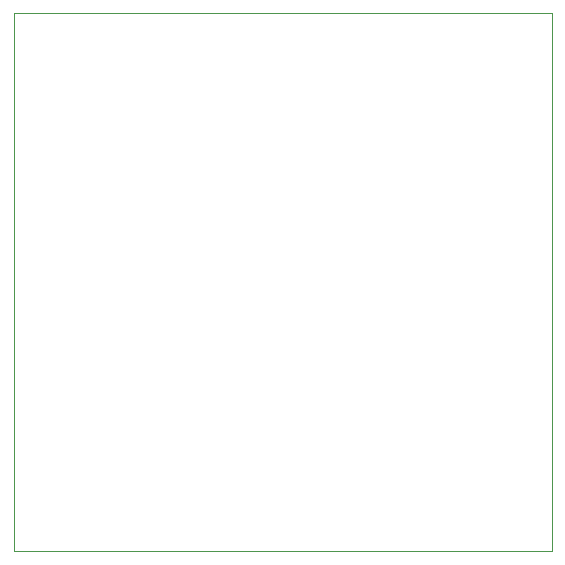
<source format=gbr>
G04 #@! TF.GenerationSoftware,KiCad,Pcbnew,8.0.8*
G04 #@! TF.CreationDate,2025-02-05T10:03:22-05:00*
G04 #@! TF.ProjectId,RW_board,52575f62-6f61-4726-942e-6b696361645f,rev?*
G04 #@! TF.SameCoordinates,Original*
G04 #@! TF.FileFunction,Profile,NP*
%FSLAX46Y46*%
G04 Gerber Fmt 4.6, Leading zero omitted, Abs format (unit mm)*
G04 Created by KiCad (PCBNEW 8.0.8) date 2025-02-05 10:03:22*
%MOMM*%
%LPD*%
G01*
G04 APERTURE LIST*
G04 #@! TA.AperFunction,Profile*
%ADD10C,0.050000*%
G04 #@! TD*
G04 APERTURE END LIST*
D10*
X126440000Y-76720000D02*
X172000000Y-76720000D01*
X172000000Y-122280000D01*
X126440000Y-122280000D01*
X126440000Y-76720000D01*
M02*

</source>
